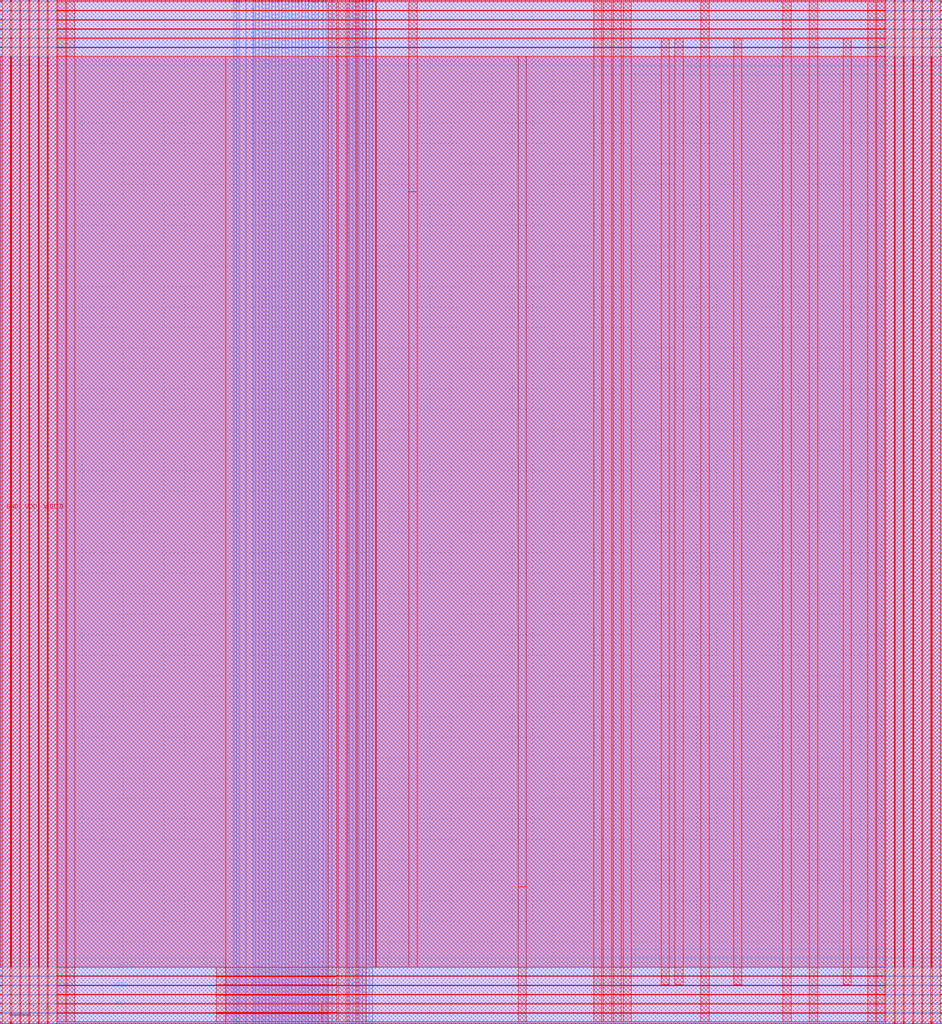
<source format=lef>
VERSION 5.6 ;
BUSBITCHARS "[]" ;
DIVIDERCHAR "/" ;

## M1-M5 covered, ring power

MACRO kpts28hpc128_r08w01_45c5pl_0v0
  CLASS RING ;
  ORIGIN 0 0 ;
  FOREIGN kpts28hpc128_r08w01_45c5pl_0v0 0 0 ;
  SIZE 460 BY 500 ;
  SYMMETRY X Y ;
  PIN A[0]
    DIRECTION INPUT ;
    USE SIGNAL ;
    ANTENNAPARTIALMETALAREA 0.21865 LAYER M3 ;
    ANTENNAPARTIALMETALAREA 0.0143 LAYER M2 ;
    ANTENNAPARTIALMETALAREA 0.0143 LAYER M4 ;
    ANTENNAPARTIALMETALAREA 0.0143 LAYER M1 ;
    ANTENNAPARTIALCUTAREA 0.005 LAYER VIA3 ;
    ANTENNAPARTIALCUTAREA 0.005 LAYER VIA2 ;
    ANTENNAPARTIALCUTAREA 0.005 LAYER VIA1 ;
    ANTENNAMODEL OXIDE1 ;
      ANTENNAGATEAREA 0.0217 LAYER M3 ;
      ANTENNAGATEAREA 0.0217 LAYER M4 ;
      ANTENNAMAXAREACAR 12.52765 LAYER M3 ;
      ANTENNAMAXAREACAR 13.74424 LAYER M4 ;
      ANTENNAMAXSIDEAREACAR 24.345622 LAYER M3 ;
      ANTENNAMAXSIDEAREACAR 27.248848 LAYER M4 ;
      ANTENNAMAXCUTCAR 0.691244 LAYER VIA3 ;
    PORT
      LAYER M4 ;
        RECT 153.79 499.89 153.9 500 ;
      LAYER M3 ;
        RECT 153.79 499.89 153.9 500 ;
      LAYER M2 ;
        RECT 153.79 499.89 153.9 500 ;
      LAYER M1 ;
        RECT 153.79 499.89 153.9 500 ;
    END
  END A[0]
  PIN A[10]
    DIRECTION INPUT ;
    USE SIGNAL ;
    ANTENNAPARTIALMETALAREA 0.21865 LAYER M3 ;
    ANTENNAPARTIALMETALAREA 0.0143 LAYER M2 ;
    ANTENNAPARTIALMETALAREA 0.0143 LAYER M4 ;
    ANTENNAPARTIALMETALAREA 0.0143 LAYER M1 ;
    ANTENNAPARTIALCUTAREA 0.005 LAYER VIA3 ;
    ANTENNAPARTIALCUTAREA 0.005 LAYER VIA2 ;
    ANTENNAPARTIALCUTAREA 0.005 LAYER VIA1 ;
    ANTENNAMODEL OXIDE1 ;
      ANTENNAGATEAREA 0.0217 LAYER M3 ;
      ANTENNAGATEAREA 0.0217 LAYER M4 ;
      ANTENNAMAXAREACAR 12.52765 LAYER M3 ;
      ANTENNAMAXAREACAR 13.74424 LAYER M4 ;
      ANTENNAMAXSIDEAREACAR 24.345622 LAYER M3 ;
      ANTENNAMAXSIDEAREACAR 27.248848 LAYER M4 ;
      ANTENNAMAXCUTCAR 0.691244 LAYER VIA3 ;
    PORT
      LAYER M4 ;
        RECT 137.59 499.89 137.7 500 ;
      LAYER M3 ;
        RECT 137.59 499.89 137.7 500 ;
      LAYER M2 ;
        RECT 137.59 499.89 137.7 500 ;
      LAYER M1 ;
        RECT 137.59 499.89 137.7 500 ;
    END
  END A[10]
  PIN A[11]
    DIRECTION INPUT ;
    USE SIGNAL ;
    ANTENNAPARTIALMETALAREA 0.21865 LAYER M3 ;
    ANTENNAPARTIALMETALAREA 0.0143 LAYER M2 ;
    ANTENNAPARTIALMETALAREA 0.0143 LAYER M4 ;
    ANTENNAPARTIALMETALAREA 0.0143 LAYER M1 ;
    ANTENNAPARTIALCUTAREA 0.005 LAYER VIA3 ;
    ANTENNAPARTIALCUTAREA 0.005 LAYER VIA2 ;
    ANTENNAPARTIALCUTAREA 0.005 LAYER VIA1 ;
    ANTENNAMODEL OXIDE1 ;
      ANTENNAGATEAREA 0.0217 LAYER M3 ;
      ANTENNAGATEAREA 0.0217 LAYER M4 ;
      ANTENNAMAXAREACAR 12.52765 LAYER M3 ;
      ANTENNAMAXAREACAR 13.74424 LAYER M4 ;
      ANTENNAMAXSIDEAREACAR 24.345622 LAYER M3 ;
      ANTENNAMAXSIDEAREACAR 27.248848 LAYER M4 ;
      ANTENNAMAXCUTCAR 0.691244 LAYER VIA3 ;
    PORT
      LAYER M4 ;
        RECT 135.97 499.89 136.08 500 ;
      LAYER M3 ;
        RECT 135.97 499.89 136.08 500 ;
      LAYER M2 ;
        RECT 135.97 499.89 136.08 500 ;
      LAYER M1 ;
        RECT 135.97 499.89 136.08 500 ;
    END
  END A[11]
  PIN A[12]
    DIRECTION INPUT ;
    USE SIGNAL ;
    ANTENNAPARTIALMETALAREA 0.21865 LAYER M3 ;
    ANTENNAPARTIALMETALAREA 0.0143 LAYER M2 ;
    ANTENNAPARTIALMETALAREA 0.0143 LAYER M4 ;
    ANTENNAPARTIALMETALAREA 0.0143 LAYER M1 ;
    ANTENNAPARTIALCUTAREA 0.005 LAYER VIA3 ;
    ANTENNAPARTIALCUTAREA 0.005 LAYER VIA2 ;
    ANTENNAPARTIALCUTAREA 0.005 LAYER VIA1 ;
    ANTENNAMODEL OXIDE1 ;
      ANTENNAGATEAREA 0.0217 LAYER M3 ;
      ANTENNAGATEAREA 0.0217 LAYER M4 ;
      ANTENNAMAXAREACAR 12.52765 LAYER M3 ;
      ANTENNAMAXAREACAR 13.74424 LAYER M4 ;
      ANTENNAMAXSIDEAREACAR 24.345622 LAYER M3 ;
      ANTENNAMAXSIDEAREACAR 27.248848 LAYER M4 ;
      ANTENNAMAXCUTCAR 0.691244 LAYER VIA3 ;
    PORT
      LAYER M4 ;
        RECT 134.35 499.89 134.46 500 ;
      LAYER M3 ;
        RECT 134.35 499.89 134.46 500 ;
      LAYER M2 ;
        RECT 134.35 499.89 134.46 500 ;
      LAYER M1 ;
        RECT 134.35 499.89 134.46 500 ;
    END
  END A[12]
  PIN A[13]
    DIRECTION INPUT ;
    USE SIGNAL ;
    ANTENNAPARTIALMETALAREA 0.21865 LAYER M3 ;
    ANTENNAPARTIALMETALAREA 0.0143 LAYER M2 ;
    ANTENNAPARTIALMETALAREA 0.0143 LAYER M4 ;
    ANTENNAPARTIALMETALAREA 0.0143 LAYER M1 ;
    ANTENNAPARTIALCUTAREA 0.005 LAYER VIA3 ;
    ANTENNAPARTIALCUTAREA 0.005 LAYER VIA2 ;
    ANTENNAPARTIALCUTAREA 0.005 LAYER VIA1 ;
    ANTENNAMODEL OXIDE1 ;
      ANTENNAGATEAREA 0.0217 LAYER M3 ;
      ANTENNAGATEAREA 0.0217 LAYER M4 ;
      ANTENNAMAXAREACAR 12.52765 LAYER M3 ;
      ANTENNAMAXAREACAR 13.74424 LAYER M4 ;
      ANTENNAMAXSIDEAREACAR 24.345622 LAYER M3 ;
      ANTENNAMAXSIDEAREACAR 27.248848 LAYER M4 ;
      ANTENNAMAXCUTCAR 0.691244 LAYER VIA3 ;
    PORT
      LAYER M4 ;
        RECT 132.73 499.89 132.84 500 ;
      LAYER M3 ;
        RECT 132.73 499.89 132.84 500 ;
      LAYER M2 ;
        RECT 132.73 499.89 132.84 500 ;
      LAYER M1 ;
        RECT 132.73 499.89 132.84 500 ;
    END
  END A[13]
  PIN A[14]
    DIRECTION INPUT ;
    USE SIGNAL ;
    ANTENNAPARTIALMETALAREA 0.21865 LAYER M3 ;
    ANTENNAPARTIALMETALAREA 0.0143 LAYER M2 ;
    ANTENNAPARTIALMETALAREA 0.0143 LAYER M4 ;
    ANTENNAPARTIALMETALAREA 0.0143 LAYER M1 ;
    ANTENNAPARTIALCUTAREA 0.005 LAYER VIA3 ;
    ANTENNAPARTIALCUTAREA 0.005 LAYER VIA2 ;
    ANTENNAPARTIALCUTAREA 0.005 LAYER VIA1 ;
    ANTENNAMODEL OXIDE1 ;
      ANTENNAGATEAREA 0.0217 LAYER M3 ;
      ANTENNAGATEAREA 0.0217 LAYER M4 ;
      ANTENNAMAXAREACAR 12.52765 LAYER M3 ;
      ANTENNAMAXAREACAR 13.74424 LAYER M4 ;
      ANTENNAMAXSIDEAREACAR 24.345622 LAYER M3 ;
      ANTENNAMAXSIDEAREACAR 27.248848 LAYER M4 ;
      ANTENNAMAXCUTCAR 0.691244 LAYER VIA3 ;
    PORT
      LAYER M4 ;
        RECT 131.11 499.89 131.22 500 ;
      LAYER M3 ;
        RECT 131.11 499.89 131.22 500 ;
      LAYER M2 ;
        RECT 131.11 499.89 131.22 500 ;
      LAYER M1 ;
        RECT 131.11 499.89 131.22 500 ;
    END
  END A[14]
  PIN A[15]
    DIRECTION INPUT ;
    USE SIGNAL ;
    ANTENNAPARTIALMETALAREA 0.21865 LAYER M3 ;
    ANTENNAPARTIALMETALAREA 0.0143 LAYER M2 ;
    ANTENNAPARTIALMETALAREA 0.0143 LAYER M4 ;
    ANTENNAPARTIALMETALAREA 0.0143 LAYER M1 ;
    ANTENNAPARTIALCUTAREA 0.005 LAYER VIA3 ;
    ANTENNAPARTIALCUTAREA 0.005 LAYER VIA2 ;
    ANTENNAPARTIALCUTAREA 0.005 LAYER VIA1 ;
    ANTENNAMODEL OXIDE1 ;
      ANTENNAGATEAREA 0.0217 LAYER M3 ;
      ANTENNAGATEAREA 0.0217 LAYER M4 ;
      ANTENNAMAXAREACAR 12.52765 LAYER M3 ;
      ANTENNAMAXAREACAR 13.74424 LAYER M4 ;
      ANTENNAMAXSIDEAREACAR 24.345622 LAYER M3 ;
      ANTENNAMAXSIDEAREACAR 27.248848 LAYER M4 ;
      ANTENNAMAXCUTCAR 0.691244 LAYER VIA3 ;
    PORT
      LAYER M4 ;
        RECT 129.49 499.89 129.6 500 ;
      LAYER M3 ;
        RECT 129.49 499.89 129.6 500 ;
      LAYER M2 ;
        RECT 129.49 499.89 129.6 500 ;
      LAYER M1 ;
        RECT 129.49 499.89 129.6 500 ;
    END
  END A[15]
  PIN A[16]
    DIRECTION INPUT ;
    USE SIGNAL ;
    ANTENNAPARTIALMETALAREA 0.21865 LAYER M3 ;
    ANTENNAPARTIALMETALAREA 0.0143 LAYER M2 ;
    ANTENNAPARTIALMETALAREA 0.0143 LAYER M4 ;
    ANTENNAPARTIALMETALAREA 0.0143 LAYER M1 ;
    ANTENNAPARTIALCUTAREA 0.005 LAYER VIA3 ;
    ANTENNAPARTIALCUTAREA 0.005 LAYER VIA2 ;
    ANTENNAPARTIALCUTAREA 0.005 LAYER VIA1 ;
    ANTENNAMODEL OXIDE1 ;
      ANTENNAGATEAREA 0.0217 LAYER M3 ;
      ANTENNAGATEAREA 0.0217 LAYER M4 ;
      ANTENNAMAXAREACAR 12.52765 LAYER M3 ;
      ANTENNAMAXAREACAR 13.74424 LAYER M4 ;
      ANTENNAMAXSIDEAREACAR 24.345622 LAYER M3 ;
      ANTENNAMAXSIDEAREACAR 27.248848 LAYER M4 ;
      ANTENNAMAXCUTCAR 0.691244 LAYER VIA3 ;
    PORT
      LAYER M4 ;
        RECT 127.87 499.89 127.98 500 ;
      LAYER M3 ;
        RECT 127.87 499.89 127.98 500 ;
      LAYER M2 ;
        RECT 127.87 499.89 127.98 500 ;
      LAYER M1 ;
        RECT 127.87 499.89 127.98 500 ;
    END
  END A[16]
  PIN A[1]
    DIRECTION INPUT ;
    USE SIGNAL ;
    ANTENNAPARTIALMETALAREA 0.21865 LAYER M3 ;
    ANTENNAPARTIALMETALAREA 0.0143 LAYER M2 ;
    ANTENNAPARTIALMETALAREA 0.0143 LAYER M4 ;
    ANTENNAPARTIALMETALAREA 0.0143 LAYER M1 ;
    ANTENNAPARTIALCUTAREA 0.005 LAYER VIA3 ;
    ANTENNAPARTIALCUTAREA 0.005 LAYER VIA2 ;
    ANTENNAPARTIALCUTAREA 0.005 LAYER VIA1 ;
    ANTENNAMODEL OXIDE1 ;
      ANTENNAGATEAREA 0.0217 LAYER M3 ;
      ANTENNAGATEAREA 0.0217 LAYER M4 ;
      ANTENNAMAXAREACAR 12.52765 LAYER M3 ;
      ANTENNAMAXAREACAR 13.74424 LAYER M4 ;
      ANTENNAMAXSIDEAREACAR 24.345622 LAYER M3 ;
      ANTENNAMAXSIDEAREACAR 27.248848 LAYER M4 ;
      ANTENNAMAXCUTCAR 0.691244 LAYER VIA3 ;
    PORT
      LAYER M4 ;
        RECT 152.17 499.89 152.28 500 ;
      LAYER M3 ;
        RECT 152.17 499.89 152.28 500 ;
      LAYER M2 ;
        RECT 152.17 499.89 152.28 500 ;
      LAYER M1 ;
        RECT 152.17 499.89 152.28 500 ;
    END
  END A[1]
  PIN A[2]
    DIRECTION INPUT ;
    USE SIGNAL ;
    ANTENNAPARTIALMETALAREA 0.21865 LAYER M3 ;
    ANTENNAPARTIALMETALAREA 0.0143 LAYER M2 ;
    ANTENNAPARTIALMETALAREA 0.0143 LAYER M4 ;
    ANTENNAPARTIALMETALAREA 0.0143 LAYER M1 ;
    ANTENNAPARTIALCUTAREA 0.005 LAYER VIA3 ;
    ANTENNAPARTIALCUTAREA 0.005 LAYER VIA2 ;
    ANTENNAPARTIALCUTAREA 0.005 LAYER VIA1 ;
    ANTENNAMODEL OXIDE1 ;
      ANTENNAGATEAREA 0.0217 LAYER M3 ;
      ANTENNAGATEAREA 0.0217 LAYER M4 ;
      ANTENNAMAXAREACAR 12.52765 LAYER M3 ;
      ANTENNAMAXAREACAR 13.74424 LAYER M4 ;
      ANTENNAMAXSIDEAREACAR 24.345622 LAYER M3 ;
      ANTENNAMAXSIDEAREACAR 27.248848 LAYER M4 ;
      ANTENNAMAXCUTCAR 0.691244 LAYER VIA3 ;
    PORT
      LAYER M4 ;
        RECT 150.55 499.89 150.66 500 ;
      LAYER M3 ;
        RECT 150.55 499.89 150.66 500 ;
      LAYER M2 ;
        RECT 150.55 499.89 150.66 500 ;
      LAYER M1 ;
        RECT 150.55 499.89 150.66 500 ;
    END
  END A[2]
  PIN A[3]
    DIRECTION INPUT ;
    USE SIGNAL ;
    ANTENNAPARTIALMETALAREA 0.21865 LAYER M3 ;
    ANTENNAPARTIALMETALAREA 0.0143 LAYER M2 ;
    ANTENNAPARTIALMETALAREA 0.0143 LAYER M4 ;
    ANTENNAPARTIALMETALAREA 0.0143 LAYER M1 ;
    ANTENNAPARTIALCUTAREA 0.005 LAYER VIA3 ;
    ANTENNAPARTIALCUTAREA 0.005 LAYER VIA2 ;
    ANTENNAPARTIALCUTAREA 0.005 LAYER VIA1 ;
    ANTENNAMODEL OXIDE1 ;
      ANTENNAGATEAREA 0.0217 LAYER M3 ;
      ANTENNAGATEAREA 0.0217 LAYER M4 ;
      ANTENNAMAXAREACAR 12.52765 LAYER M3 ;
      ANTENNAMAXAREACAR 13.74424 LAYER M4 ;
      ANTENNAMAXSIDEAREACAR 24.345622 LAYER M3 ;
      ANTENNAMAXSIDEAREACAR 27.248848 LAYER M4 ;
      ANTENNAMAXCUTCAR 0.691244 LAYER VIA3 ;
    PORT
      LAYER M4 ;
        RECT 148.93 499.89 149.04 500 ;
      LAYER M3 ;
        RECT 148.93 499.89 149.04 500 ;
      LAYER M2 ;
        RECT 148.93 499.89 149.04 500 ;
      LAYER M1 ;
        RECT 148.93 499.89 149.04 500 ;
    END
  END A[3]
  PIN A[4]
    DIRECTION INPUT ;
    USE SIGNAL ;
    ANTENNAPARTIALMETALAREA 0.21865 LAYER M3 ;
    ANTENNAPARTIALMETALAREA 0.0143 LAYER M2 ;
    ANTENNAPARTIALMETALAREA 0.0143 LAYER M4 ;
    ANTENNAPARTIALMETALAREA 0.0143 LAYER M1 ;
    ANTENNAPARTIALCUTAREA 0.005 LAYER VIA3 ;
    ANTENNAPARTIALCUTAREA 0.005 LAYER VIA2 ;
    ANTENNAPARTIALCUTAREA 0.005 LAYER VIA1 ;
    ANTENNAMODEL OXIDE1 ;
      ANTENNAGATEAREA 0.0217 LAYER M3 ;
      ANTENNAGATEAREA 0.0217 LAYER M4 ;
      ANTENNAMAXAREACAR 12.52765 LAYER M3 ;
      ANTENNAMAXAREACAR 13.74424 LAYER M4 ;
      ANTENNAMAXSIDEAREACAR 24.345622 LAYER M3 ;
      ANTENNAMAXSIDEAREACAR 27.248848 LAYER M4 ;
      ANTENNAMAXCUTCAR 0.691244 LAYER VIA3 ;
    PORT
      LAYER M4 ;
        RECT 147.31 499.89 147.42 500 ;
      LAYER M3 ;
        RECT 147.31 499.89 147.42 500 ;
      LAYER M2 ;
        RECT 147.31 499.89 147.42 500 ;
      LAYER M1 ;
        RECT 147.31 499.89 147.42 500 ;
    END
  END A[4]
  PIN A[5]
    DIRECTION INPUT ;
    USE SIGNAL ;
    ANTENNAPARTIALMETALAREA 0.21865 LAYER M3 ;
    ANTENNAPARTIALMETALAREA 0.0143 LAYER M2 ;
    ANTENNAPARTIALMETALAREA 0.0143 LAYER M4 ;
    ANTENNAPARTIALMETALAREA 0.0143 LAYER M1 ;
    ANTENNAPARTIALCUTAREA 0.005 LAYER VIA3 ;
    ANTENNAPARTIALCUTAREA 0.005 LAYER VIA2 ;
    ANTENNAPARTIALCUTAREA 0.005 LAYER VIA1 ;
    ANTENNAMODEL OXIDE1 ;
      ANTENNAGATEAREA 0.0217 LAYER M3 ;
      ANTENNAGATEAREA 0.0217 LAYER M4 ;
      ANTENNAMAXAREACAR 12.52765 LAYER M3 ;
      ANTENNAMAXAREACAR 13.74424 LAYER M4 ;
      ANTENNAMAXSIDEAREACAR 24.345622 LAYER M3 ;
      ANTENNAMAXSIDEAREACAR 27.248848 LAYER M4 ;
      ANTENNAMAXCUTCAR 0.691244 LAYER VIA3 ;
    PORT
      LAYER M4 ;
        RECT 145.69 499.89 145.8 500 ;
      LAYER M3 ;
        RECT 145.69 499.89 145.8 500 ;
      LAYER M2 ;
        RECT 145.69 499.89 145.8 500 ;
      LAYER M1 ;
        RECT 145.69 499.89 145.8 500 ;
    END
  END A[5]
  PIN A[6]
    DIRECTION INPUT ;
    USE SIGNAL ;
    ANTENNAPARTIALMETALAREA 0.21865 LAYER M3 ;
    ANTENNAPARTIALMETALAREA 0.0143 LAYER M2 ;
    ANTENNAPARTIALMETALAREA 0.0143 LAYER M4 ;
    ANTENNAPARTIALMETALAREA 0.0143 LAYER M1 ;
    ANTENNAPARTIALCUTAREA 0.005 LAYER VIA3 ;
    ANTENNAPARTIALCUTAREA 0.005 LAYER VIA2 ;
    ANTENNAPARTIALCUTAREA 0.005 LAYER VIA1 ;
    ANTENNAMODEL OXIDE1 ;
      ANTENNAGATEAREA 0.0217 LAYER M3 ;
      ANTENNAGATEAREA 0.0217 LAYER M4 ;
      ANTENNAMAXAREACAR 12.52765 LAYER M3 ;
      ANTENNAMAXAREACAR 13.74424 LAYER M4 ;
      ANTENNAMAXSIDEAREACAR 24.345622 LAYER M3 ;
      ANTENNAMAXSIDEAREACAR 27.248848 LAYER M4 ;
      ANTENNAMAXCUTCAR 0.691244 LAYER VIA3 ;
    PORT
      LAYER M4 ;
        RECT 144.07 499.89 144.18 500 ;
      LAYER M3 ;
        RECT 144.07 499.89 144.18 500 ;
      LAYER M2 ;
        RECT 144.07 499.89 144.18 500 ;
      LAYER M1 ;
        RECT 144.07 499.89 144.18 500 ;
    END
  END A[6]
  PIN A[7]
    DIRECTION INPUT ;
    USE SIGNAL ;
    ANTENNAPARTIALMETALAREA 0.21865 LAYER M3 ;
    ANTENNAPARTIALMETALAREA 0.0143 LAYER M2 ;
    ANTENNAPARTIALMETALAREA 0.0143 LAYER M4 ;
    ANTENNAPARTIALMETALAREA 0.0143 LAYER M1 ;
    ANTENNAPARTIALCUTAREA 0.005 LAYER VIA3 ;
    ANTENNAPARTIALCUTAREA 0.005 LAYER VIA2 ;
    ANTENNAPARTIALCUTAREA 0.005 LAYER VIA1 ;
    ANTENNAMODEL OXIDE1 ;
      ANTENNAGATEAREA 0.0217 LAYER M3 ;
      ANTENNAGATEAREA 0.0217 LAYER M4 ;
      ANTENNAMAXAREACAR 12.52765 LAYER M3 ;
      ANTENNAMAXAREACAR 13.74424 LAYER M4 ;
      ANTENNAMAXSIDEAREACAR 24.345622 LAYER M3 ;
      ANTENNAMAXSIDEAREACAR 27.248848 LAYER M4 ;
      ANTENNAMAXCUTCAR 0.691244 LAYER VIA3 ;
    PORT
      LAYER M4 ;
        RECT 142.45 499.89 142.56 500 ;
      LAYER M3 ;
        RECT 142.45 499.89 142.56 500 ;
      LAYER M2 ;
        RECT 142.45 499.89 142.56 500 ;
      LAYER M1 ;
        RECT 142.45 499.89 142.56 500 ;
    END
  END A[7]
  PIN A[8]
    DIRECTION INPUT ;
    USE SIGNAL ;
    ANTENNAPARTIALMETALAREA 0.21865 LAYER M3 ;
    ANTENNAPARTIALMETALAREA 0.0143 LAYER M2 ;
    ANTENNAPARTIALMETALAREA 0.0143 LAYER M4 ;
    ANTENNAPARTIALMETALAREA 0.0143 LAYER M1 ;
    ANTENNAPARTIALCUTAREA 0.005 LAYER VIA3 ;
    ANTENNAPARTIALCUTAREA 0.005 LAYER VIA2 ;
    ANTENNAPARTIALCUTAREA 0.005 LAYER VIA1 ;
    ANTENNAMODEL OXIDE1 ;
      ANTENNAGATEAREA 0.0217 LAYER M3 ;
      ANTENNAGATEAREA 0.0217 LAYER M4 ;
      ANTENNAMAXAREACAR 12.52765 LAYER M3 ;
      ANTENNAMAXAREACAR 13.74424 LAYER M4 ;
      ANTENNAMAXSIDEAREACAR 24.345622 LAYER M3 ;
      ANTENNAMAXSIDEAREACAR 27.248848 LAYER M4 ;
      ANTENNAMAXCUTCAR 0.691244 LAYER VIA3 ;
    PORT
      LAYER M4 ;
        RECT 140.83 499.89 140.94 500 ;
      LAYER M3 ;
        RECT 140.83 499.89 140.94 500 ;
      LAYER M2 ;
        RECT 140.83 499.89 140.94 500 ;
      LAYER M1 ;
        RECT 140.83 499.89 140.94 500 ;
    END
  END A[8]
  PIN A[9]
    DIRECTION INPUT ;
    USE SIGNAL ;
    ANTENNAPARTIALMETALAREA 0.21865 LAYER M3 ;
    ANTENNAPARTIALMETALAREA 0.0143 LAYER M2 ;
    ANTENNAPARTIALMETALAREA 0.0143 LAYER M4 ;
    ANTENNAPARTIALMETALAREA 0.0143 LAYER M1 ;
    ANTENNAPARTIALCUTAREA 0.005 LAYER VIA3 ;
    ANTENNAPARTIALCUTAREA 0.005 LAYER VIA2 ;
    ANTENNAPARTIALCUTAREA 0.005 LAYER VIA1 ;
    ANTENNAMODEL OXIDE1 ;
      ANTENNAGATEAREA 0.0217 LAYER M3 ;
      ANTENNAGATEAREA 0.0217 LAYER M4 ;
      ANTENNAMAXAREACAR 12.52765 LAYER M3 ;
      ANTENNAMAXAREACAR 13.74424 LAYER M4 ;
      ANTENNAMAXSIDEAREACAR 24.345622 LAYER M3 ;
      ANTENNAMAXSIDEAREACAR 27.248848 LAYER M4 ;
      ANTENNAMAXCUTCAR 0.691244 LAYER VIA3 ;
    PORT
      LAYER M4 ;
        RECT 139.21 499.89 139.32 500 ;
      LAYER M3 ;
        RECT 139.21 499.89 139.32 500 ;
      LAYER M2 ;
        RECT 139.21 499.89 139.32 500 ;
      LAYER M1 ;
        RECT 139.21 499.89 139.32 500 ;
    END
  END A[9]
  PIN CEB
    DIRECTION INPUT ;
    USE SIGNAL ;
    ANTENNAPARTIALMETALAREA 0.20325 LAYER M3 ;
    ANTENNAPARTIALMETALAREA 0.0143 LAYER M2 ;
    ANTENNAPARTIALMETALAREA 0.0143 LAYER M4 ;
    ANTENNAPARTIALMETALAREA 0.0143 LAYER M1 ;
    ANTENNAPARTIALCUTAREA 0.005 LAYER VIA3 ;
    ANTENNAPARTIALCUTAREA 0.005 LAYER VIA2 ;
    ANTENNAPARTIALCUTAREA 0.005 LAYER VIA1 ;
    ANTENNAMODEL OXIDE1 ;
      ANTENNAGATEAREA 0.0217 LAYER M3 ;
      ANTENNAGATEAREA 0.0217 LAYER M4 ;
      ANTENNAMAXAREACAR 10.914747 LAYER M3 ;
      ANTENNAMAXAREACAR 12.131336 LAYER M4 ;
      ANTENNAMAXSIDEAREACAR 20.861751 LAYER M3 ;
      ANTENNAMAXSIDEAREACAR 23.764977 LAYER M4 ;
      ANTENNAMAXCUTCAR 0.691244 LAYER VIA3 ;
    PORT
      LAYER M4 ;
        RECT 155.325 499.89 155.435 500 ;
      LAYER M3 ;
        RECT 155.325 499.89 155.435 500 ;
      LAYER M2 ;
        RECT 155.325 499.89 155.435 500 ;
      LAYER M1 ;
        RECT 155.325 499.89 155.435 500 ;
    END
  END CEB
  PIN CLE
    DIRECTION INPUT ;
    USE SIGNAL ;
    ANTENNAPARTIALMETALAREA 0.21865 LAYER M3 ;
    ANTENNAPARTIALMETALAREA 0.0143 LAYER M2 ;
    ANTENNAPARTIALMETALAREA 0.0143 LAYER M4 ;
    ANTENNAPARTIALMETALAREA 0.0143 LAYER M1 ;
    ANTENNAPARTIALCUTAREA 0.005 LAYER VIA3 ;
    ANTENNAPARTIALCUTAREA 0.005 LAYER VIA2 ;
    ANTENNAPARTIALCUTAREA 0.005 LAYER VIA1 ;
    ANTENNAMODEL OXIDE1 ;
      ANTENNAGATEAREA 0.0217 LAYER M3 ;
      ANTENNAGATEAREA 0.0217 LAYER M4 ;
      ANTENNAMAXAREACAR 12.52765 LAYER M3 ;
      ANTENNAMAXAREACAR 13.74424 LAYER M4 ;
      ANTENNAMAXSIDEAREACAR 24.345622 LAYER M3 ;
      ANTENNAMAXSIDEAREACAR 27.248848 LAYER M4 ;
      ANTENNAMAXCUTCAR 0.691244 LAYER VIA3 ;
    PORT
      LAYER M4 ;
        RECT 113.965 499.89 114.075 500 ;
      LAYER M3 ;
        RECT 113.965 499.89 114.075 500 ;
      LAYER M2 ;
        RECT 113.965 499.89 114.075 500 ;
      LAYER M1 ;
        RECT 113.965 499.89 114.075 500 ;
    END
  END CLE
  PIN CPUMPEN
    DIRECTION INPUT ;
    USE SIGNAL ;
    ANTENNAPARTIALMETALAREA 0.21865 LAYER M3 ;
    ANTENNAPARTIALMETALAREA 0.0143 LAYER M2 ;
    ANTENNAPARTIALMETALAREA 0.0143 LAYER M4 ;
    ANTENNAPARTIALMETALAREA 0.0143 LAYER M1 ;
    ANTENNAPARTIALCUTAREA 0.005 LAYER VIA3 ;
    ANTENNAPARTIALCUTAREA 0.005 LAYER VIA2 ;
    ANTENNAPARTIALCUTAREA 0.005 LAYER VIA1 ;
    ANTENNAMODEL OXIDE1 ;
      ANTENNAGATEAREA 0.0217 LAYER M3 ;
      ANTENNAGATEAREA 0.0217 LAYER M4 ;
      ANTENNAMAXAREACAR 12.52765 LAYER M3 ;
      ANTENNAMAXAREACAR 13.74424 LAYER M4 ;
      ANTENNAMAXSIDEAREACAR 24.345622 LAYER M3 ;
      ANTENNAMAXSIDEAREACAR 27.248848 LAYER M4 ;
      ANTENNAMAXCUTCAR 0.691244 LAYER VIA3 ;
    PORT
      LAYER M4 ;
        RECT 116.665 499.89 116.775 500 ;
      LAYER M3 ;
        RECT 116.665 499.89 116.775 500 ;
      LAYER M2 ;
        RECT 116.665 499.89 116.775 500 ;
      LAYER M1 ;
        RECT 116.665 499.89 116.775 500 ;
    END
  END CPUMPEN
  PIN DIN
    DIRECTION INPUT ;
    USE SIGNAL ;
    ANTENNAPARTIALMETALAREA 0.20955 LAYER M3 ;
    ANTENNAPARTIALMETALAREA 0.0143 LAYER M2 ;
    ANTENNAPARTIALMETALAREA 0.0143 LAYER M4 ;
    ANTENNAPARTIALMETALAREA 0.0143 LAYER M1 ;
    ANTENNAPARTIALCUTAREA 0.005 LAYER VIA3 ;
    ANTENNAPARTIALCUTAREA 0.005 LAYER VIA2 ;
    ANTENNAPARTIALCUTAREA 0.005 LAYER VIA1 ;
    ANTENNAMODEL OXIDE1 ;
      ANTENNAGATEAREA 0.0217 LAYER M3 ;
      ANTENNAGATEAREA 0.0217 LAYER M4 ;
      ANTENNAMAXAREACAR 11.085253 LAYER M3 ;
      ANTENNAMAXAREACAR 12.301843 LAYER M4 ;
      ANTENNAMAXSIDEAREACAR 21.774194 LAYER M3 ;
      ANTENNAMAXSIDEAREACAR 24.677419 LAYER M4 ;
      ANTENNAMAXCUTCAR 0.691244 LAYER VIA3 ;
    PORT
      LAYER M4 ;
        RECT 161.965 499.89 162.075 500 ;
      LAYER M3 ;
        RECT 161.965 499.89 162.075 500 ;
      LAYER M2 ;
        RECT 161.965 499.89 162.075 500 ;
      LAYER M1 ;
        RECT 161.965 499.89 162.075 500 ;
    END
  END DIN
  PIN DLE
    DIRECTION INPUT ;
    USE SIGNAL ;
    ANTENNAPARTIALMETALAREA 0.21865 LAYER M3 ;
    ANTENNAPARTIALMETALAREA 0.0143 LAYER M2 ;
    ANTENNAPARTIALMETALAREA 0.0143 LAYER M4 ;
    ANTENNAPARTIALMETALAREA 0.0143 LAYER M1 ;
    ANTENNAPARTIALCUTAREA 0.005 LAYER VIA3 ;
    ANTENNAPARTIALCUTAREA 0.005 LAYER VIA2 ;
    ANTENNAPARTIALCUTAREA 0.005 LAYER VIA1 ;
    ANTENNAMODEL OXIDE1 ;
      ANTENNAGATEAREA 0.0217 LAYER M3 ;
      ANTENNAGATEAREA 0.0217 LAYER M4 ;
      ANTENNAMAXAREACAR 12.52765 LAYER M3 ;
      ANTENNAMAXAREACAR 13.74424 LAYER M4 ;
      ANTENNAMAXSIDEAREACAR 24.345622 LAYER M3 ;
      ANTENNAMAXSIDEAREACAR 27.248848 LAYER M4 ;
      ANTENNAMAXCUTCAR 0.691244 LAYER VIA3 ;
    PORT
      LAYER M4 ;
        RECT 115.315 499.89 115.425 500 ;
      LAYER M3 ;
        RECT 115.315 499.89 115.425 500 ;
      LAYER M2 ;
        RECT 115.315 499.89 115.425 500 ;
      LAYER M1 ;
        RECT 115.315 499.89 115.425 500 ;
    END
  END DLE
  PIN D[0]
    DIRECTION OUTPUT ;
    USE SIGNAL ;
    ANTENNAPARTIALMETALAREA 9.196 LAYER M3 ;
    ANTENNAPARTIALMETALAREA 0.0143 LAYER M2 ;
    ANTENNAPARTIALMETALAREA 2.9073 LAYER M4 ;
    ANTENNAPARTIALMETALAREA 0.0143 LAYER M1 ;
    ANTENNAPARTIALCUTAREA 0.01 LAYER VIA3 ;
    ANTENNAPARTIALCUTAREA 0.005 LAYER VIA2 ;
    ANTENNAPARTIALCUTAREA 0.005 LAYER VIA1 ;
    PORT
      LAYER M4 ;
        RECT 170.445 499.89 170.555 500 ;
      LAYER M3 ;
        RECT 170.445 499.89 170.555 500 ;
      LAYER M2 ;
        RECT 170.445 499.89 170.555 500 ;
      LAYER M1 ;
        RECT 170.445 499.89 170.555 500 ;
    END
  END D[0]
  PIN D[1]
    DIRECTION OUTPUT ;
    USE SIGNAL ;
    ANTENNAPARTIALMETALAREA 9.2202 LAYER M3 ;
    ANTENNAPARTIALMETALAREA 0.0143 LAYER M2 ;
    ANTENNAPARTIALMETALAREA 2.9073 LAYER M4 ;
    ANTENNAPARTIALMETALAREA 0.0143 LAYER M1 ;
    ANTENNAPARTIALCUTAREA 0.01 LAYER VIA3 ;
    ANTENNAPARTIALCUTAREA 0.005 LAYER VIA2 ;
    ANTENNAPARTIALCUTAREA 0.005 LAYER VIA1 ;
    PORT
      LAYER M4 ;
        RECT 172.055 499.89 172.165 500 ;
      LAYER M3 ;
        RECT 172.055 499.89 172.165 500 ;
      LAYER M2 ;
        RECT 172.055 499.89 172.165 500 ;
      LAYER M1 ;
        RECT 172.055 499.89 172.165 500 ;
    END
  END D[1]
  PIN D[2]
    DIRECTION OUTPUT ;
    USE SIGNAL ;
    ANTENNAPARTIALMETALAREA 9.2543 LAYER M3 ;
    ANTENNAPARTIALMETALAREA 0.0143 LAYER M2 ;
    ANTENNAPARTIALMETALAREA 2.8622 LAYER M4 ;
    ANTENNAPARTIALMETALAREA 0.0143 LAYER M1 ;
    ANTENNAPARTIALCUTAREA 0.01 LAYER VIA3 ;
    ANTENNAPARTIALCUTAREA 0.005 LAYER VIA2 ;
    ANTENNAPARTIALCUTAREA 0.005 LAYER VIA1 ;
    PORT
      LAYER M4 ;
        RECT 173.665 499.89 173.775 500 ;
      LAYER M3 ;
        RECT 173.665 499.89 173.775 500 ;
      LAYER M2 ;
        RECT 173.665 499.89 173.775 500 ;
      LAYER M1 ;
        RECT 173.665 499.89 173.775 500 ;
    END
  END D[2]
  PIN D[3]
    DIRECTION OUTPUT ;
    USE SIGNAL ;
    ANTENNAPARTIALMETALAREA 9.1487 LAYER M3 ;
    ANTENNAPARTIALMETALAREA 0.3234 LAYER M2 ;
    ANTENNAPARTIALMETALAREA 2.8622 LAYER M4 ;
    ANTENNAPARTIALMETALAREA 0.0143 LAYER M1 ;
    ANTENNAPARTIALCUTAREA 0.01 LAYER VIA3 ;
    ANTENNAPARTIALCUTAREA 0.01 LAYER VIA2 ;
    ANTENNAPARTIALCUTAREA 0.005 LAYER VIA1 ;
    PORT
      LAYER M4 ;
        RECT 175.275 499.89 175.385 500 ;
      LAYER M3 ;
        RECT 175.275 499.89 175.385 500 ;
      LAYER M2 ;
        RECT 175.275 499.89 175.385 500 ;
      LAYER M1 ;
        RECT 175.275 499.89 175.385 500 ;
    END
  END D[3]
  PIN D[4]
    DIRECTION OUTPUT ;
    USE SIGNAL ;
    ANTENNAPARTIALMETALAREA 9.1487 LAYER M3 ;
    ANTENNAPARTIALMETALAREA 0.5005 LAYER M2 ;
    ANTENNAPARTIALMETALAREA 2.69885 LAYER M4 ;
    ANTENNAPARTIALMETALAREA 0.0143 LAYER M1 ;
    ANTENNAPARTIALCUTAREA 0.01 LAYER VIA3 ;
    ANTENNAPARTIALCUTAREA 0.01 LAYER VIA2 ;
    ANTENNAPARTIALCUTAREA 0.005 LAYER VIA1 ;
    PORT
      LAYER M4 ;
        RECT 176.885 499.89 176.995 500 ;
      LAYER M3 ;
        RECT 176.885 499.89 176.995 500 ;
      LAYER M2 ;
        RECT 176.885 499.89 176.995 500 ;
      LAYER M1 ;
        RECT 176.885 499.89 176.995 500 ;
    END
  END D[4]
  PIN D[5]
    DIRECTION OUTPUT ;
    USE SIGNAL ;
    ANTENNAPARTIALMETALAREA 9.1487 LAYER M3 ;
    ANTENNAPARTIALMETALAREA 0.6776 LAYER M2 ;
    ANTENNAPARTIALMETALAREA 2.69885 LAYER M4 ;
    ANTENNAPARTIALMETALAREA 0.0143 LAYER M1 ;
    ANTENNAPARTIALCUTAREA 0.01 LAYER VIA3 ;
    ANTENNAPARTIALCUTAREA 0.01 LAYER VIA2 ;
    ANTENNAPARTIALCUTAREA 0.005 LAYER VIA1 ;
    PORT
      LAYER M4 ;
        RECT 178.495 499.89 178.605 500 ;
      LAYER M3 ;
        RECT 178.495 499.89 178.605 500 ;
      LAYER M2 ;
        RECT 178.495 499.89 178.605 500 ;
      LAYER M1 ;
        RECT 178.495 499.89 178.605 500 ;
    END
  END D[5]
  PIN D[6]
    DIRECTION OUTPUT ;
    USE SIGNAL ;
    ANTENNAPARTIALMETALAREA 9.3555 LAYER M3 ;
    ANTENNAPARTIALMETALAREA 0.0143 LAYER M2 ;
    ANTENNAPARTIALMETALAREA 2.6983 LAYER M4 ;
    ANTENNAPARTIALMETALAREA 0.0143 LAYER M1 ;
    ANTENNAPARTIALCUTAREA 0.01 LAYER VIA3 ;
    ANTENNAPARTIALCUTAREA 0.005 LAYER VIA2 ;
    ANTENNAPARTIALCUTAREA 0.005 LAYER VIA1 ;
    PORT
      LAYER M4 ;
        RECT 180.105 499.89 180.215 500 ;
      LAYER M3 ;
        RECT 180.105 499.89 180.215 500 ;
      LAYER M2 ;
        RECT 180.105 499.89 180.215 500 ;
      LAYER M1 ;
        RECT 180.105 499.89 180.215 500 ;
    END
  END D[6]
  PIN D[7]
    DIRECTION OUTPUT ;
    USE SIGNAL ;
    ANTENNAPARTIALMETALAREA 9.3797 LAYER M3 ;
    ANTENNAPARTIALMETALAREA 0.0143 LAYER M2 ;
    ANTENNAPARTIALMETALAREA 2.6983 LAYER M4 ;
    ANTENNAPARTIALMETALAREA 0.0143 LAYER M1 ;
    ANTENNAPARTIALCUTAREA 0.01 LAYER VIA3 ;
    ANTENNAPARTIALCUTAREA 0.005 LAYER VIA2 ;
    ANTENNAPARTIALCUTAREA 0.005 LAYER VIA1 ;
    PORT
      LAYER M4 ;
        RECT 181.715 499.89 181.825 500 ;
      LAYER M3 ;
        RECT 181.715 499.89 181.825 500 ;
      LAYER M2 ;
        RECT 181.715 499.89 181.825 500 ;
      LAYER M1 ;
        RECT 181.715 499.89 181.825 500 ;
    END
  END D[7]
  PIN LOCK
    DIRECTION OUTPUT ;
    USE SIGNAL ;
    ANTENNAPARTIALMETALAREA 9.80225 LAYER M3 ;
    ANTENNAPARTIALMETALAREA 0.0143 LAYER M2 ;
    ANTENNAPARTIALMETALAREA 0.0143 LAYER M4 ;
    ANTENNAPARTIALMETALAREA 0.0143 LAYER M1 ;
    ANTENNAPARTIALCUTAREA 0.005 LAYER VIA3 ;
    ANTENNAPARTIALCUTAREA 0.005 LAYER VIA2 ;
    ANTENNAPARTIALCUTAREA 0.005 LAYER VIA1 ;
    PORT
      LAYER M4 ;
        RECT 123.345 499.89 123.455 500 ;
      LAYER M3 ;
        RECT 123.345 499.89 123.455 500 ;
      LAYER M2 ;
        RECT 123.345 499.89 123.455 500 ;
      LAYER M1 ;
        RECT 123.345 499.89 123.455 500 ;
    END
  END LOCK
  PIN PGMEN
    DIRECTION INPUT ;
    USE SIGNAL ;
    ANTENNAPARTIALMETALAREA 0.21865 LAYER M3 ;
    ANTENNAPARTIALMETALAREA 0.0143 LAYER M2 ;
    ANTENNAPARTIALMETALAREA 0.0143 LAYER M4 ;
    ANTENNAPARTIALMETALAREA 0.0143 LAYER M1 ;
    ANTENNAPARTIALCUTAREA 0.005 LAYER VIA3 ;
    ANTENNAPARTIALCUTAREA 0.005 LAYER VIA2 ;
    ANTENNAPARTIALCUTAREA 0.005 LAYER VIA1 ;
    ANTENNAMODEL OXIDE1 ;
      ANTENNAGATEAREA 0.0217 LAYER M3 ;
      ANTENNAGATEAREA 0.0217 LAYER M4 ;
      ANTENNAMAXAREACAR 12.52765 LAYER M3 ;
      ANTENNAMAXAREACAR 13.74424 LAYER M4 ;
      ANTENNAMAXSIDEAREACAR 24.345622 LAYER M3 ;
      ANTENNAMAXSIDEAREACAR 27.248848 LAYER M4 ;
      ANTENNAMAXCUTCAR 0.691244 LAYER VIA3 ;
    PORT
      LAYER M4 ;
        RECT 119.905 499.89 120.015 500 ;
      LAYER M3 ;
        RECT 119.905 499.89 120.015 500 ;
      LAYER M2 ;
        RECT 119.905 499.89 120.015 500 ;
      LAYER M1 ;
        RECT 119.905 499.89 120.015 500 ;
    END
  END PGMEN
  PIN READEN
    DIRECTION INPUT ;
    USE SIGNAL ;
    ANTENNAPARTIALMETALAREA 0.21865 LAYER M3 ;
    ANTENNAPARTIALMETALAREA 0.0143 LAYER M2 ;
    ANTENNAPARTIALMETALAREA 0.0143 LAYER M4 ;
    ANTENNAPARTIALMETALAREA 0.0143 LAYER M1 ;
    ANTENNAPARTIALCUTAREA 0.005 LAYER VIA3 ;
    ANTENNAPARTIALCUTAREA 0.005 LAYER VIA2 ;
    ANTENNAPARTIALCUTAREA 0.005 LAYER VIA1 ;
    ANTENNAMODEL OXIDE1 ;
      ANTENNAGATEAREA 0.0217 LAYER M3 ;
      ANTENNAGATEAREA 0.0217 LAYER M4 ;
      ANTENNAMAXAREACAR 12.52765 LAYER M3 ;
      ANTENNAMAXAREACAR 13.74424 LAYER M4 ;
      ANTENNAMAXSIDEAREACAR 24.345622 LAYER M3 ;
      ANTENNAMAXSIDEAREACAR 27.248848 LAYER M4 ;
      ANTENNAMAXCUTCAR 0.691244 LAYER VIA3 ;
    PORT
      LAYER M4 ;
        RECT 124.63 499.89 124.74 500 ;
      LAYER M3 ;
        RECT 124.63 499.89 124.74 500 ;
      LAYER M2 ;
        RECT 124.63 499.89 124.74 500 ;
      LAYER M1 ;
        RECT 124.63 499.89 124.74 500 ;
    END
  END READEN
  PIN RSTB
    DIRECTION INPUT ;
    USE SIGNAL ;
    ANTENNAPARTIALMETALAREA 0.20435 LAYER M3 ;
    ANTENNAPARTIALMETALAREA 0.0143 LAYER M2 ;
    ANTENNAPARTIALMETALAREA 0.0143 LAYER M4 ;
    ANTENNAPARTIALMETALAREA 0.0143 LAYER M1 ;
    ANTENNAPARTIALCUTAREA 0.005 LAYER VIA3 ;
    ANTENNAPARTIALCUTAREA 0.005 LAYER VIA2 ;
    ANTENNAPARTIALCUTAREA 0.005 LAYER VIA1 ;
    ANTENNAMODEL OXIDE1 ;
      ANTENNAGATEAREA 0.0434 LAYER M3 ;
      ANTENNAGATEAREA 0.0434 LAYER M4 ;
      ANTENNAMAXAREACAR 5.514977 LAYER M3 ;
      ANTENNAMAXAREACAR 6.123272 LAYER M4 ;
      ANTENNAMAXSIDEAREACAR 10.5553 LAYER M3 ;
      ANTENNAMAXSIDEAREACAR 12.006912 LAYER M4 ;
      ANTENNAMAXCUTCAR 0.345622 LAYER VIA3 ;
    PORT
      LAYER M4 ;
        RECT 159.16 499.89 159.27 500 ;
      LAYER M3 ;
        RECT 159.16 499.89 159.27 500 ;
      LAYER M2 ;
        RECT 159.16 499.89 159.27 500 ;
      LAYER M1 ;
        RECT 159.16 499.89 159.27 500 ;
    END
  END RSTB
  PIN SELTM
    DIRECTION INPUT ;
    USE SIGNAL ;
    ANTENNAPARTIALMETALAREA 0.21865 LAYER M3 ;
    ANTENNAPARTIALMETALAREA 0.0143 LAYER M2 ;
    ANTENNAPARTIALMETALAREA 0.0143 LAYER M4 ;
    ANTENNAPARTIALMETALAREA 0.0143 LAYER M1 ;
    ANTENNAPARTIALCUTAREA 0.005 LAYER VIA3 ;
    ANTENNAPARTIALCUTAREA 0.005 LAYER VIA2 ;
    ANTENNAPARTIALCUTAREA 0.005 LAYER VIA1 ;
    ANTENNAMODEL OXIDE1 ;
      ANTENNAGATEAREA 0.0217 LAYER M3 ;
      ANTENNAGATEAREA 0.0217 LAYER M4 ;
      ANTENNAMAXAREACAR 12.52765 LAYER M3 ;
      ANTENNAMAXAREACAR 13.74424 LAYER M4 ;
      ANTENNAMAXSIDEAREACAR 24.345622 LAYER M3 ;
      ANTENNAMAXSIDEAREACAR 27.248848 LAYER M4 ;
      ANTENNAMAXCUTCAR 0.691244 LAYER VIA3 ;
    PORT
      LAYER M4 ;
        RECT 126.25 499.89 126.36 500 ;
      LAYER M3 ;
        RECT 126.25 499.89 126.36 500 ;
      LAYER M2 ;
        RECT 126.25 499.89 126.36 500 ;
      LAYER M1 ;
        RECT 126.25 499.89 126.36 500 ;
    END
  END SELTM
  PIN WEB
    DIRECTION INPUT ;
    USE SIGNAL ;
    ANTENNAPARTIALMETALAREA 0.20435 LAYER M3 ;
    ANTENNAPARTIALMETALAREA 0.0143 LAYER M2 ;
    ANTENNAPARTIALMETALAREA 0.0143 LAYER M4 ;
    ANTENNAPARTIALMETALAREA 0.0143 LAYER M1 ;
    ANTENNAPARTIALCUTAREA 0.005 LAYER VIA3 ;
    ANTENNAPARTIALCUTAREA 0.005 LAYER VIA2 ;
    ANTENNAPARTIALCUTAREA 0.005 LAYER VIA1 ;
    ANTENNAMODEL OXIDE1 ;
      ANTENNAGATEAREA 0.0434 LAYER M3 ;
      ANTENNAGATEAREA 0.0434 LAYER M4 ;
      ANTENNAMAXAREACAR 5.514977 LAYER M3 ;
      ANTENNAMAXAREACAR 6.123272 LAYER M4 ;
      ANTENNAMAXSIDEAREACAR 10.5553 LAYER M3 ;
      ANTENNAMAXSIDEAREACAR 12.006912 LAYER M4 ;
      ANTENNAMAXCUTCAR 0.345622 LAYER VIA3 ;
    PORT
      LAYER M4 ;
        RECT 157.54 499.89 157.65 500 ;
      LAYER M3 ;
        RECT 157.54 499.89 157.65 500 ;
      LAYER M2 ;
        RECT 157.54 499.89 157.65 500 ;
      LAYER M1 ;
        RECT 157.54 499.89 157.65 500 ;
    END
  END WEB
  PIN GND
    DIRECTION INOUT ;
    USE GROUND ;
    SHAPE RING ;
    PORT
      LAYER M5 ;
        RECT 455 0 459 500 ;
        RECT 450.5 0 454.5 500 ;
        RECT 5.5 0 9.5 500 ;
        RECT 1 0 5 500 ;
      LAYER M4 ;
        RECT 160.21 1 460 5 ;
        RECT 160.21 5.5 460 9.5 ;
        RECT 0 490.5 460 494.5 ;
        RECT 0 495 460 499 ;
        RECT 0 1 109.955 5 ;
        RECT 0 5.5 109.955 9.5 ;
    END
  END GND
  PIN VDD
    DIRECTION INOUT ;
    USE POWER ;
    SHAPE RING ;
    PORT
      LAYER M5 ;
        RECT 446 0 450 500 ;
        RECT 441.5 0 445.5 500 ;
        RECT 14.5 0 18.5 500 ;
        RECT 10 0 14 500 ;
      LAYER M4 ;
        RECT 160.21 10 460 14 ;
        RECT 160.21 14.5 460 18.5 ;
        RECT 0 481.5 460 485.5 ;
        RECT 0 486 460 490 ;
        RECT 0 10 109.955 14 ;
        RECT 0 14.5 109.955 18.5 ;
    END
  END VDD
  PIN VDDIO
    DIRECTION INOUT ;
    USE POWER ;
    SHAPE RING ;
    PORT
      LAYER M5 ;
        RECT 437 0 441 500 ;
        RECT 432.5 0 436.5 500 ;
        RECT 23.5 0 27.5 500 ;
        RECT 19 0 23 500 ;
      LAYER M4 ;
        RECT 160.21 19 460 23 ;
        RECT 160.21 23.5 460 27.5 ;
        RECT 0 472.5 460 476.5 ;
        RECT 0 477 460 481 ;
        RECT 0 19 109.955 23 ;
        RECT 0 23.5 109.955 27.5 ;
    END
  END VDDIO
  OBS
    LAYER M1 SPACING 0.05 ;
      RECT 181.93 0 460 500 ;
      RECT 180.32 0 181.61 500 ;
      RECT 178.71 0 180 500 ;
      RECT 177.1 0 178.39 500 ;
      RECT 175.49 0 176.78 500 ;
      RECT 173.88 0 175.17 500 ;
      RECT 172.27 0 173.56 500 ;
      RECT 170.66 0 171.95 500 ;
      RECT 162.18 0 170.34 500 ;
      RECT 159.375 0 161.86 500 ;
      RECT 157.755 0 159.055 500 ;
      RECT 155.54 0 157.435 500 ;
      RECT 154.005 0 155.22 500 ;
      RECT 152.385 0 153.685 500 ;
      RECT 150.765 0 152.065 500 ;
      RECT 149.145 0 150.445 500 ;
      RECT 147.525 0 148.825 500 ;
      RECT 145.905 0 147.205 500 ;
      RECT 144.285 0 145.585 500 ;
      RECT 142.665 0 143.965 500 ;
      RECT 141.045 0 142.345 500 ;
      RECT 139.425 0 140.725 500 ;
      RECT 137.805 0 139.105 500 ;
      RECT 136.185 0 137.485 500 ;
      RECT 134.565 0 135.865 500 ;
      RECT 132.945 0 134.245 500 ;
      RECT 131.325 0 132.625 500 ;
      RECT 129.705 0 131.005 500 ;
      RECT 128.085 0 129.385 500 ;
      RECT 126.465 0 127.765 500 ;
      RECT 124.845 0 126.145 500 ;
      RECT 123.56 0 124.525 500 ;
      RECT 120.12 0 123.24 500 ;
      RECT 116.88 0 119.8 500 ;
      RECT 115.53 0 116.56 500 ;
      RECT 114.18 0 115.21 500 ;
      RECT 0 0 113.86 500 ;
      RECT 0 0 460 499.785 ;
    LAYER M2 ;
      RECT 181.955 499.285 182.305 499.355 ;
      RECT 181.505 499.285 181.855 499.355 ;
      RECT 181.055 499.285 181.405 499.355 ;
      RECT 180.605 499.285 180.955 499.355 ;
      RECT 180.45 499.035 180.52 499.385 ;
      RECT 178.91 499.035 178.98 499.385 ;
      RECT 178.77 499.035 178.84 499.385 ;
      RECT 178.495 498.23 178.605 499.39 ;
      RECT 176.885 498.45 176.995 499.39 ;
      RECT 176 499.285 176.35 499.355 ;
      RECT 175.55 499.285 175.9 499.355 ;
      RECT 175.275 498.78 175.385 499.39 ;
    LAYER M2 SPACING 0.05 ;
      RECT 181.93 0 460 500 ;
      RECT 180.32 0 181.61 500 ;
      RECT 178.71 0 180 500 ;
      RECT 177.1 0 178.39 500 ;
      RECT 175.49 0 176.78 500 ;
      RECT 173.88 0 175.17 500 ;
      RECT 172.27 0 173.56 500 ;
      RECT 170.66 0 171.95 500 ;
      RECT 162.18 0 170.34 500 ;
      RECT 159.375 0 161.86 500 ;
      RECT 157.755 0 159.055 500 ;
      RECT 155.54 0 157.435 500 ;
      RECT 154.005 0 155.22 500 ;
      RECT 152.385 0 153.685 500 ;
      RECT 150.765 0 152.065 500 ;
      RECT 149.145 0 150.445 500 ;
      RECT 147.525 0 148.825 500 ;
      RECT 145.905 0 147.205 500 ;
      RECT 144.285 0 145.585 500 ;
      RECT 142.665 0 143.965 500 ;
      RECT 141.045 0 142.345 500 ;
      RECT 139.425 0 140.725 500 ;
      RECT 137.805 0 139.105 500 ;
      RECT 136.185 0 137.485 500 ;
      RECT 134.565 0 135.865 500 ;
      RECT 132.945 0 134.245 500 ;
      RECT 131.325 0 132.625 500 ;
      RECT 129.705 0 131.005 500 ;
      RECT 128.085 0 129.385 500 ;
      RECT 126.465 0 127.765 500 ;
      RECT 124.845 0 126.145 500 ;
      RECT 123.56 0 124.525 500 ;
      RECT 120.12 0 123.24 500 ;
      RECT 116.88 0 119.8 500 ;
      RECT 115.53 0 116.56 500 ;
      RECT 114.18 0 115.21 500 ;
      RECT 0 0 113.86 500 ;
      RECT 0 0 460 499.785 ;
    LAYER M3 ;
      RECT 173.665 498.89 173.775 499.39 ;
      RECT 173.465 498.89 173.775 499 ;
      RECT 173.465 416.09 173.575 499 ;
      RECT 123.345 495.885 123.455 499.39 ;
      RECT 123.345 495.885 123.805 495.995 ;
      RECT 123.695 416.5 123.805 495.995 ;
      RECT 181.715 497.79 181.825 499.39 ;
      RECT 180.105 498.01 180.215 499.39 ;
      RECT 173.94 499.265 174.29 499.335 ;
      RECT 173.115 499.015 173.185 499.365 ;
      RECT 172.695 499.015 172.765 499.365 ;
      RECT 172.555 499.015 172.625 499.365 ;
      RECT 172.415 499.015 172.485 499.365 ;
      RECT 172.055 498.725 172.165 499.39 ;
      RECT 171.715 499.015 171.785 499.365 ;
      RECT 171.575 499.015 171.645 499.365 ;
      RECT 170.875 499.015 170.945 499.365 ;
      RECT 170.735 499.015 170.805 499.365 ;
      RECT 170.445 498.505 170.555 499.39 ;
      RECT 170.175 499.015 170.245 499.365 ;
      RECT 170.035 499.015 170.105 499.365 ;
      RECT 161.965 497.985 162.075 499.39 ;
      RECT 159.16 498.115 159.27 499.39 ;
      RECT 157.54 498.115 157.65 499.39 ;
      RECT 155.325 498.16 155.435 499.39 ;
      RECT 153.79 497.985 153.9 499.39 ;
      RECT 153.21 499.295 153.56 499.365 ;
      RECT 152.17 497.985 152.28 499.39 ;
      RECT 150.55 497.985 150.66 499.39 ;
      RECT 148.93 497.985 149.04 499.39 ;
      RECT 147.31 497.985 147.42 499.39 ;
      RECT 145.69 497.985 145.8 499.39 ;
      RECT 144.07 497.985 144.18 499.39 ;
      RECT 142.45 497.985 142.56 499.39 ;
      RECT 140.83 497.985 140.94 499.39 ;
      RECT 139.21 497.985 139.32 499.39 ;
      RECT 137.59 497.985 137.7 499.39 ;
      RECT 135.97 497.985 136.08 499.39 ;
      RECT 135.44 499.31 135.79 499.38 ;
      RECT 134.35 497.985 134.46 499.39 ;
      RECT 132.73 497.985 132.84 499.39 ;
      RECT 131.11 497.985 131.22 499.39 ;
      RECT 129.49 497.985 129.6 499.39 ;
      RECT 127.87 497.985 127.98 499.39 ;
      RECT 126.25 497.985 126.36 499.39 ;
      RECT 124.63 497.985 124.74 499.39 ;
      RECT 124.07 499.285 124.42 499.355 ;
      RECT 123.62 499.285 123.97 499.355 ;
      RECT 119.905 497.985 120.015 499.39 ;
      RECT 116.665 497.985 116.775 499.39 ;
      RECT 115.315 497.985 115.425 499.39 ;
      RECT 113.965 497.985 114.075 499.39 ;
    LAYER M3 SPACING 0.05 ;
      RECT 181.93 0 460 500 ;
      RECT 180.32 0 181.61 500 ;
      RECT 178.71 0 180 500 ;
      RECT 177.1 0 178.39 500 ;
      RECT 175.49 0 176.78 500 ;
      RECT 173.88 0 175.17 500 ;
      RECT 172.27 0 173.56 500 ;
      RECT 170.66 0 171.95 500 ;
      RECT 162.18 0 170.34 500 ;
      RECT 159.375 0 161.86 500 ;
      RECT 157.755 0 159.055 500 ;
      RECT 155.54 0 157.435 500 ;
      RECT 154.005 0 155.22 500 ;
      RECT 152.385 0 153.685 500 ;
      RECT 150.765 0 152.065 500 ;
      RECT 149.145 0 150.445 500 ;
      RECT 147.525 0 148.825 500 ;
      RECT 145.905 0 147.205 500 ;
      RECT 144.285 0 145.585 500 ;
      RECT 142.665 0 143.965 500 ;
      RECT 141.045 0 142.345 500 ;
      RECT 139.425 0 140.725 500 ;
      RECT 137.805 0 139.105 500 ;
      RECT 136.185 0 137.485 500 ;
      RECT 134.565 0 135.865 500 ;
      RECT 132.945 0 134.245 500 ;
      RECT 131.325 0 132.625 500 ;
      RECT 129.705 0 131.005 500 ;
      RECT 128.085 0 129.385 500 ;
      RECT 126.465 0 127.765 500 ;
      RECT 124.845 0 126.145 500 ;
      RECT 123.56 0 124.525 500 ;
      RECT 120.12 0 123.24 500 ;
      RECT 116.88 0 119.8 500 ;
      RECT 115.53 0 116.56 500 ;
      RECT 114.18 0 115.21 500 ;
      RECT 0 0 113.86 500 ;
      RECT 0 0 460 499.785 ;
    LAYER M4 ;
      RECT 152.56 28 460 32 ;
      RECT 289.715 32.5 460 36.5 ;
      RECT 289.715 463.5 460 467.5 ;
      RECT 1 468 460 472 ;
      RECT 152.56 1 159.71 5 ;
      RECT 152.56 5.5 159.71 9.5 ;
      RECT 152.56 10 159.71 14 ;
      RECT 152.56 14.5 159.71 18.5 ;
      RECT 152.56 19 159.71 23 ;
      RECT 152.56 23.5 159.71 27.5 ;
      RECT 110.46 4.115 110.81 4.185 ;
      RECT 110.46 4.255 110.81 4.325 ;
      RECT 110.46 4.395 110.81 4.465 ;
      RECT 110.46 4.535 110.81 4.605 ;
      RECT 110.46 4.675 110.81 4.745 ;
      RECT 110.46 12.09 110.81 12.16 ;
      RECT 110.46 12.23 110.81 12.3 ;
      RECT 110.46 12.37 110.81 12.44 ;
      RECT 110.46 12.51 110.81 12.58 ;
      RECT 110.46 12.65 110.81 12.72 ;
      RECT 110.46 12.79 110.81 12.86 ;
      RECT 110.46 20.17 110.81 20.24 ;
      RECT 110.46 20.31 110.81 20.38 ;
      RECT 110.46 20.45 110.81 20.52 ;
      RECT 110.46 20.59 110.81 20.66 ;
      RECT 110.46 20.73 110.81 20.8 ;
      RECT 110.46 20.87 110.81 20.94 ;
      RECT 110.46 25.175 110.81 25.245 ;
      RECT 110.46 3.555 110.53 3.905 ;
      RECT 110.46 6.635 110.53 6.985 ;
      RECT 110.46 7.085 110.53 7.435 ;
      RECT 110.46 7.535 110.53 7.885 ;
      RECT 110.46 7.985 110.53 8.335 ;
      RECT 110.46 10.13 110.53 10.48 ;
      RECT 110.46 10.58 110.53 10.93 ;
      RECT 110.46 11.03 110.53 11.38 ;
      RECT 110.46 11.48 110.53 11.83 ;
      RECT 110.46 14.715 110.53 15.065 ;
      RECT 110.46 15.165 110.53 15.515 ;
      RECT 110.46 15.615 110.53 15.965 ;
      RECT 110.46 16.065 110.53 16.415 ;
      RECT 110.46 18.21 110.53 18.56 ;
      RECT 110.46 18.66 110.53 19.01 ;
      RECT 110.46 19.11 110.53 19.46 ;
      RECT 110.46 19.56 110.53 19.91 ;
      RECT 110.46 22.795 110.53 23.145 ;
      RECT 110.46 23.245 110.53 23.595 ;
      RECT 110.46 23.695 110.53 24.045 ;
      RECT 110.46 24.145 110.53 24.495 ;
      RECT 110.46 24.595 110.53 24.945 ;
      RECT 110.46 27.1 110.53 27.45 ;
      RECT 110.46 27.55 110.53 27.9 ;
      RECT 110.46 28 110.53 28.35 ;
      RECT 1 28 109.955 32 ;
    LAYER M4 SPACING 0.05 ;
      RECT 0 27.605 460 472.395 ;
      RECT 110.06 0 160.105 472.395 ;
      RECT 0 23.105 460 23.395 ;
      RECT 0 18.605 460 18.895 ;
      RECT 0 14.105 460 14.395 ;
      RECT 0 9.605 460 9.895 ;
      RECT 0 5.105 460 5.395 ;
      RECT 0 0 460 0.895 ;
      RECT 181.93 499.105 460 500 ;
      RECT 180.32 499.105 181.61 500 ;
      RECT 178.71 499.105 180 500 ;
      RECT 177.1 499.105 178.39 500 ;
      RECT 175.49 499.105 176.78 500 ;
      RECT 173.88 499.105 175.17 500 ;
      RECT 172.27 499.105 173.56 500 ;
      RECT 170.66 499.105 171.95 500 ;
      RECT 162.18 499.105 170.34 500 ;
      RECT 159.375 499.105 161.86 500 ;
      RECT 157.755 499.105 159.055 500 ;
      RECT 155.54 499.105 157.435 500 ;
      RECT 154.005 499.105 155.22 500 ;
      RECT 152.385 499.105 153.685 500 ;
      RECT 150.765 499.105 152.065 500 ;
      RECT 149.145 499.105 150.445 500 ;
      RECT 147.525 499.105 148.825 500 ;
      RECT 145.905 499.105 147.205 500 ;
      RECT 144.285 499.105 145.585 500 ;
      RECT 142.665 499.105 143.965 500 ;
      RECT 141.045 499.105 142.345 500 ;
      RECT 139.425 499.105 140.725 500 ;
      RECT 137.805 499.105 139.105 500 ;
      RECT 136.185 499.105 137.485 500 ;
      RECT 134.565 499.105 135.865 500 ;
      RECT 132.945 499.105 134.245 500 ;
      RECT 131.325 499.105 132.625 500 ;
      RECT 129.705 499.105 131.005 500 ;
      RECT 128.085 499.105 129.385 500 ;
      RECT 126.465 499.105 127.765 500 ;
      RECT 124.845 499.105 126.145 500 ;
      RECT 123.56 499.105 124.525 500 ;
      RECT 120.12 499.105 123.24 500 ;
      RECT 116.88 499.105 119.8 500 ;
      RECT 115.53 499.105 116.56 500 ;
      RECT 114.18 499.105 115.21 500 ;
      RECT 0 499.105 113.86 500 ;
      RECT 0 499.105 460 499.785 ;
      RECT 0 476.605 460 476.895 ;
      RECT 0 481.105 460 481.395 ;
      RECT 0 485.605 460 485.895 ;
      RECT 0 490.105 460 490.395 ;
      RECT 0 494.605 460 494.895 ;
    LAYER M5 ;
      RECT 428 1 432 499 ;
      RECT 423.5 1 427.5 499 ;
      RECT 395.095 1 399.095 499 ;
      RECT 382.21 1 386.21 499 ;
      RECT 342.1 1 346.1 499 ;
      RECT 304.115 1 308.115 499 ;
      RECT 299.315 1 303.315 499 ;
      RECT 294.515 1 298.515 499 ;
      RECT 289.715 1 293.715 499 ;
      RECT 252.97 1 256.97 66.965 ;
      RECT 199.6 406.21 203.6 499 ;
      RECT 183.325 380.4 183.565 499 ;
      RECT 174.61 1 178.61 499 ;
      RECT 169.81 1 173.81 499 ;
      RECT 165.01 1 169.01 499 ;
      RECT 160.21 1 164.21 499 ;
      RECT 105.555 1 156.96 5 ;
      RECT 105.555 5.5 156.96 9.5 ;
      RECT 32.5 1 36.5 499 ;
      RECT 28 1 32 499 ;
    LAYER M5 SPACING 0.05 ;
      RECT 428 1 432 499 ;
      RECT 423.5 1 427.5 499 ;
      RECT 395.095 1 399.095 499 ;
      RECT 382.21 1 386.21 499 ;
      RECT 342.1 1 346.1 499 ;
      RECT 304.115 1 308.115 499 ;
      RECT 299.315 1 303.315 499 ;
      RECT 294.515 1 298.515 499 ;
      RECT 289.715 1 293.715 499 ;
      RECT 199.6 27.605 203.6 499 ;
      RECT 183.325 27.605 183.565 499 ;
      RECT 174.61 1 178.61 499 ;
      RECT 169.81 1 173.81 499 ;
      RECT 165.01 1 169.01 499 ;
      RECT 160.21 1 164.21 499 ;
      RECT 32.5 1 36.5 499 ;
      RECT 28 1 32 499 ;
      RECT 27.605 494.605 432.395 494.895 ;
      RECT 27.605 490.105 432.395 490.395 ;
      RECT 27.605 485.605 432.395 485.895 ;
      RECT 27.605 481.105 432.395 481.395 ;
      RECT 411.575 19 415.575 481 ;
      RECT 358.17 19 362.17 481 ;
      RECT 329.42 19 333.42 481 ;
      RECT 322.765 19 326.765 481 ;
      RECT 27.605 476.605 432.395 476.895 ;
      RECT 27.605 27.605 432.395 472.395 ;
      RECT 252.97 1 256.97 472.395 ;
      RECT 110.06 5.105 164.21 472.395 ;
      RECT 105.555 23.5 164.21 27.5 ;
      RECT 27.605 23.105 432.395 23.395 ;
      RECT 105.555 19 164.21 23 ;
      RECT 27.605 18.605 432.395 18.895 ;
      RECT 105.555 14.5 164.21 18.5 ;
      RECT 27.605 14.105 432.395 14.395 ;
      RECT 105.555 10 164.21 14 ;
      RECT 27.605 9.605 432.395 9.895 ;
      RECT 105.555 5.5 164.21 9.5 ;
      RECT 27.605 5.105 432.395 5.395 ;
      RECT 110.06 0 160.105 472.395 ;
      RECT 105.555 1 160.105 5 ;
      RECT 27.605 0 432.395 0.895 ;
      RECT 181.93 499.105 432.395 500 ;
      RECT 180.32 499.105 181.61 500 ;
      RECT 178.71 499.105 180 500 ;
      RECT 177.1 499.105 178.39 500 ;
      RECT 175.49 499.105 176.78 500 ;
      RECT 173.88 499.105 175.17 500 ;
      RECT 172.27 499.105 173.56 500 ;
      RECT 170.66 499.105 171.95 500 ;
      RECT 162.18 499.105 170.34 500 ;
      RECT 159.375 499.105 161.86 500 ;
      RECT 157.755 499.105 159.055 500 ;
      RECT 155.54 499.105 157.435 500 ;
      RECT 154.005 499.105 155.22 500 ;
      RECT 152.385 499.105 153.685 500 ;
      RECT 150.765 499.105 152.065 500 ;
      RECT 149.145 499.105 150.445 500 ;
      RECT 147.525 499.105 148.825 500 ;
      RECT 145.905 499.105 147.205 500 ;
      RECT 144.285 499.105 145.585 500 ;
      RECT 142.665 499.105 143.965 500 ;
      RECT 141.045 499.105 142.345 500 ;
      RECT 139.425 499.105 140.725 500 ;
      RECT 137.805 499.105 139.105 500 ;
      RECT 136.185 499.105 137.485 500 ;
      RECT 134.565 499.105 135.865 500 ;
      RECT 132.945 499.105 134.245 500 ;
      RECT 131.325 499.105 132.625 500 ;
      RECT 129.705 499.105 131.005 500 ;
      RECT 128.085 499.105 129.385 500 ;
      RECT 126.465 499.105 127.765 500 ;
      RECT 124.845 499.105 126.145 500 ;
      RECT 123.56 499.105 124.525 500 ;
      RECT 120.12 499.105 123.24 500 ;
      RECT 116.88 499.105 119.8 500 ;
      RECT 115.53 499.105 116.56 500 ;
      RECT 114.18 499.105 115.21 500 ;
      RECT 27.605 499.105 113.86 500 ;
      RECT 27.605 499.105 432.395 499.785 ;
      RECT 459.105 0 460 0.895 ;
      RECT 459.105 5.105 460 5.395 ;
      RECT 459.105 9.605 460 9.895 ;
      RECT 459.105 14.105 460 14.395 ;
      RECT 459.105 18.605 460 18.895 ;
      RECT 459.105 23.105 460 23.395 ;
      RECT 459.105 27.605 460 472.395 ;
      RECT 459.105 476.605 460 476.895 ;
      RECT 459.105 481.105 460 481.395 ;
      RECT 459.105 485.605 460 485.895 ;
      RECT 459.105 490.105 460 490.395 ;
      RECT 459.105 494.605 460 494.895 ;
      RECT 459.105 499.105 460 500 ;
      RECT 454.605 0 454.895 0.895 ;
      RECT 454.605 5.105 454.895 5.395 ;
      RECT 454.605 9.605 454.895 9.895 ;
      RECT 454.605 14.105 454.895 14.395 ;
      RECT 454.605 18.605 454.895 18.895 ;
      RECT 454.605 23.105 454.895 23.395 ;
      RECT 454.605 27.605 454.895 472.395 ;
      RECT 454.605 476.605 454.895 476.895 ;
      RECT 454.605 481.105 454.895 481.395 ;
      RECT 454.605 485.605 454.895 485.895 ;
      RECT 454.605 490.105 454.895 490.395 ;
      RECT 454.605 494.605 454.895 494.895 ;
      RECT 454.605 499.105 454.895 500 ;
      RECT 450.105 0 450.395 0.895 ;
      RECT 450.105 5.105 450.395 5.395 ;
      RECT 450.105 9.605 450.395 9.895 ;
      RECT 450.105 14.105 450.395 14.395 ;
      RECT 450.105 18.605 450.395 18.895 ;
      RECT 450.105 23.105 450.395 23.395 ;
      RECT 450.105 27.605 450.395 472.395 ;
      RECT 450.105 476.605 450.395 476.895 ;
      RECT 450.105 481.105 450.395 481.395 ;
      RECT 450.105 485.605 450.395 485.895 ;
      RECT 450.105 490.105 450.395 490.395 ;
      RECT 450.105 494.605 450.395 494.895 ;
      RECT 450.105 499.105 450.395 500 ;
      RECT 445.605 0 445.895 0.895 ;
      RECT 445.605 5.105 445.895 5.395 ;
      RECT 445.605 9.605 445.895 9.895 ;
      RECT 445.605 14.105 445.895 14.395 ;
      RECT 445.605 18.605 445.895 18.895 ;
      RECT 445.605 23.105 445.895 23.395 ;
      RECT 445.605 27.605 445.895 472.395 ;
      RECT 445.605 476.605 445.895 476.895 ;
      RECT 445.605 481.105 445.895 481.395 ;
      RECT 445.605 485.605 445.895 485.895 ;
      RECT 445.605 490.105 445.895 490.395 ;
      RECT 445.605 494.605 445.895 494.895 ;
      RECT 445.605 499.105 445.895 500 ;
      RECT 441.105 0 441.395 0.895 ;
      RECT 441.105 5.105 441.395 5.395 ;
      RECT 441.105 9.605 441.395 9.895 ;
      RECT 441.105 14.105 441.395 14.395 ;
      RECT 441.105 18.605 441.395 18.895 ;
      RECT 441.105 23.105 441.395 23.395 ;
      RECT 441.105 27.605 441.395 472.395 ;
      RECT 441.105 476.605 441.395 476.895 ;
      RECT 441.105 481.105 441.395 481.395 ;
      RECT 441.105 485.605 441.395 485.895 ;
      RECT 441.105 490.105 441.395 490.395 ;
      RECT 441.105 494.605 441.395 494.895 ;
      RECT 441.105 499.105 441.395 500 ;
      RECT 436.605 0 436.895 0.895 ;
      RECT 436.605 5.105 436.895 5.395 ;
      RECT 436.605 9.605 436.895 9.895 ;
      RECT 436.605 14.105 436.895 14.395 ;
      RECT 436.605 18.605 436.895 18.895 ;
      RECT 436.605 23.105 436.895 23.395 ;
      RECT 436.605 27.605 436.895 472.395 ;
      RECT 436.605 476.605 436.895 476.895 ;
      RECT 436.605 481.105 436.895 481.395 ;
      RECT 436.605 485.605 436.895 485.895 ;
      RECT 436.605 490.105 436.895 490.395 ;
      RECT 436.605 494.605 436.895 494.895 ;
      RECT 436.605 499.105 436.895 500 ;
      RECT 23.105 0 23.395 0.895 ;
      RECT 23.105 5.105 23.395 5.395 ;
      RECT 23.105 9.605 23.395 9.895 ;
      RECT 23.105 14.105 23.395 14.395 ;
      RECT 23.105 18.605 23.395 18.895 ;
      RECT 23.105 23.105 23.395 23.395 ;
      RECT 23.105 27.605 23.395 472.395 ;
      RECT 23.105 476.605 23.395 476.895 ;
      RECT 23.105 481.105 23.395 481.395 ;
      RECT 23.105 485.605 23.395 485.895 ;
      RECT 23.105 490.105 23.395 490.395 ;
      RECT 23.105 494.605 23.395 494.895 ;
      RECT 23.105 499.105 23.395 500 ;
      RECT 18.605 0 18.895 0.895 ;
      RECT 18.605 5.105 18.895 5.395 ;
      RECT 18.605 9.605 18.895 9.895 ;
      RECT 18.605 14.105 18.895 14.395 ;
      RECT 18.605 18.605 18.895 18.895 ;
      RECT 18.605 23.105 18.895 23.395 ;
      RECT 18.605 27.605 18.895 472.395 ;
      RECT 18.605 476.605 18.895 476.895 ;
      RECT 18.605 481.105 18.895 481.395 ;
      RECT 18.605 485.605 18.895 485.895 ;
      RECT 18.605 490.105 18.895 490.395 ;
      RECT 18.605 494.605 18.895 494.895 ;
      RECT 18.605 499.105 18.895 500 ;
      RECT 14.105 0 14.395 0.895 ;
      RECT 14.105 5.105 14.395 5.395 ;
      RECT 14.105 9.605 14.395 9.895 ;
      RECT 14.105 14.105 14.395 14.395 ;
      RECT 14.105 18.605 14.395 18.895 ;
      RECT 14.105 23.105 14.395 23.395 ;
      RECT 14.105 27.605 14.395 472.395 ;
      RECT 14.105 476.605 14.395 476.895 ;
      RECT 14.105 481.105 14.395 481.395 ;
      RECT 14.105 485.605 14.395 485.895 ;
      RECT 14.105 490.105 14.395 490.395 ;
      RECT 14.105 494.605 14.395 494.895 ;
      RECT 14.105 499.105 14.395 500 ;
      RECT 9.605 0 9.895 0.895 ;
      RECT 9.605 5.105 9.895 5.395 ;
      RECT 9.605 9.605 9.895 9.895 ;
      RECT 9.605 14.105 9.895 14.395 ;
      RECT 9.605 18.605 9.895 18.895 ;
      RECT 9.605 23.105 9.895 23.395 ;
      RECT 9.605 27.605 9.895 472.395 ;
      RECT 9.605 476.605 9.895 476.895 ;
      RECT 9.605 481.105 9.895 481.395 ;
      RECT 9.605 485.605 9.895 485.895 ;
      RECT 9.605 490.105 9.895 490.395 ;
      RECT 9.605 494.605 9.895 494.895 ;
      RECT 9.605 499.105 9.895 500 ;
      RECT 5.105 0 5.395 0.895 ;
      RECT 5.105 5.105 5.395 5.395 ;
      RECT 5.105 9.605 5.395 9.895 ;
      RECT 5.105 14.105 5.395 14.395 ;
      RECT 5.105 18.605 5.395 18.895 ;
      RECT 5.105 23.105 5.395 23.395 ;
      RECT 5.105 27.605 5.395 472.395 ;
      RECT 5.105 476.605 5.395 476.895 ;
      RECT 5.105 481.105 5.395 481.395 ;
      RECT 5.105 485.605 5.395 485.895 ;
      RECT 5.105 490.105 5.395 490.395 ;
      RECT 5.105 494.605 5.395 494.895 ;
      RECT 5.105 499.105 5.395 500 ;
      RECT 0 0 0.895 0.895 ;
      RECT 0 5.105 0.895 5.395 ;
      RECT 0 9.605 0.895 9.895 ;
      RECT 0 14.105 0.895 14.395 ;
      RECT 0 18.605 0.895 18.895 ;
      RECT 0 23.105 0.895 23.395 ;
      RECT 0 27.605 0.895 472.395 ;
      RECT 0 476.605 0.895 476.895 ;
      RECT 0 481.105 0.895 481.395 ;
      RECT 0 485.605 0.895 485.895 ;
      RECT 0 490.105 0.895 490.395 ;
      RECT 0 494.605 0.895 494.895 ;
      RECT 0 499.105 0.895 500 ;
  END
END kpts28hpc128_r08w01_45c5pl_0v0

END LIBRARY

</source>
